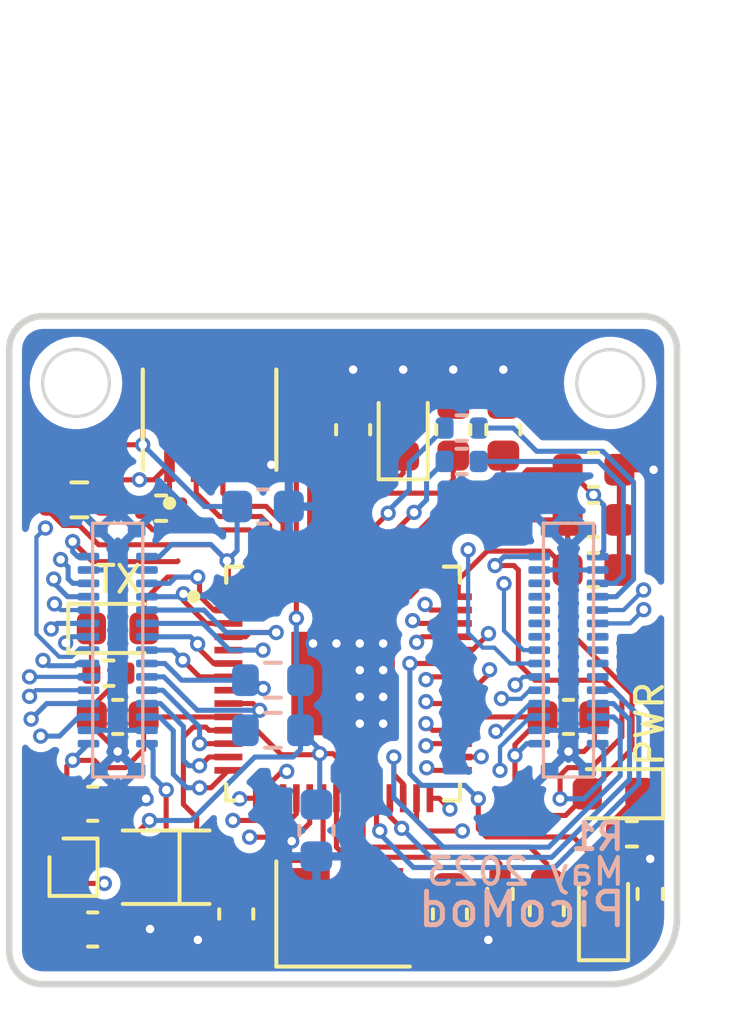
<source format=kicad_pcb>
(kicad_pcb (version 20221018) (generator pcbnew)
  (layers (0 "F.Cu" signal) (1 "In1.Cu" signal) (2 "In2.Cu" signal) (31 "B.Cu" signal) (34 "B.Paste" user) (35 "F.Paste" user) (36 "B.SilkS" user "B.Silkscreen") (37 "F.SilkS" user "F.Silkscreen") (38 "B.Mask" user) (39 "F.Mask" user) (44 "Edge.Cuts" user))
  (net 0 "")
  (net 1 "+3V3")
  (net 2 "GND")
  (net 3 "Net-(U1-VREG_VOUT)")
  (net 4 "/XIN")
  (net 5 "Net-(C14-Pad1)")
  (net 6 "+5V")
  (net 7 "Net-(D1-K)")
  (net 8 "/USB_DP")
  (net 9 "/USB_DM")
  (net 10 "/LED")
  (net 12 "/LED_DI")
  (net 15 "Net-(U1-USB_DM)")
  (net 16 "Net-(U1-USB_DP)")
  (net 17 "/TX0")
  (net 18 "/RX0")
  (net 19 "/SCK0")
  (net 20 "/MOSI0")
  (net 21 "/MISO0")
  (net 22 "/GPIO5")
  (net 23 "/qCSN")
  (net 24 "/XOUT")
  (net 25 "/SDA")
  (net 26 "/GPIO9")
  (net 27 "/GPIO10")
  (net 28 "/GPIO11")
  (net 29 "/MISO1")
  (net 30 "/SWCLK")
  (net 31 "/SWDIO")
  (net 32 "/RUN")
  (net 33 "/GPIO13")
  (net 34 "/SCK1")
  (net 35 "/qSD3")
  (net 36 "/qSD0")
  (net 37 "/qSD2")
  (net 38 "/qSD1")
  (net 39 "/MOSI1")
  (net 40 "/GPIO16")
  (net 41 "/GPIO17")
  (net 42 "/GPIO18")
  (net 43 "/GPIO19")
  (net 44 "/GPIO20")
  (net 45 "/GPIO21")
  (net 46 "/GPIO22")
  (net 47 "/GPIO23")
  (net 48 "/GPIO24")
  (net 49 "/ADC0")
  (net 50 "/ADC1")
  (net 51 "/ADC2")
  (net 52 "/ADC3")
  (net 53 "/SCL")
  (net 54 "Net-(D3-K)")
  (net 55 "Net-(D4-K)")
  (net 56 "/BOOTSEL")
  (net 57 "/qSCK")
  (net 58 "/VREG_EN")
  (footprint "Capacitor_SMD:C_0603_1608Metric" (layer "F.Cu") (at 36.75 32)
    (fp_text reference "C3" hide)
    (fp_text value "100n")
  )
  (footprint "Resistor_SMD:R_0402_1005Metric" (layer "F.Cu") (at 24.55 25.75)
    (fp_text reference "R3" hide)
    (fp_text value "1k")
  )
  (footprint "Capacitor_SMD:C_0603_1608Metric" (layer "F.Cu") (at 22.5 38.365)
    (fp_text reference "C15" hide)
    (fp_text value "1u")
  )
  (footprint "Resistor_SMD:R_0402_1005Metric" (layer "F.Cu") (at 39.2 37.3 90)
    (fp_text reference "R8" hide)
    (fp_text value "27.4")
  )
  (footprint "Capacitor_SMD:C_0603_1608Metric" (layer "F.Cu") (at 37.5 26.1)
    (fp_text reference "C4" hide)
    (fp_text value "100n")
  )
  (footprint "Resistor_SMD:R_0402_1005Metric" (layer "F.Cu") (at 22.97 30.69)
    (fp_text reference "R10" hide)
    (fp_text value "27.4")
  )
  (footprint "Capacitor_SMD:C_0603_1608Metric" (layer "F.Cu") (at 23.25 32 180)
    (fp_text reference "C12" hide)
    (fp_text value "100n")
  )
  (footprint "Customs_LED:LED_WS2812B_PLCC4_2.0x2.0mm_P0.4mm" (layer "F.Cu") (at 24.7 36.5)
    (fp_text reference "D2" hide)
    (fp_text value "WS2812B")
  )
  (footprint "Capacitor_SMD:C_0603_1608Metric" (layer "F.Cu") (at 33.3 23.4 90)
    (fp_text reference "C2" hide)
    (fp_text value "100n")
  )
  (footprint "Capacitor_SMD:C_0603_1608Metric" (layer "F.Cu") (at 37.5 27.6)
    (fp_text reference "C5" hide)
    (fp_text value "100n")
  )
  (footprint "Customs_Memory:SON80P400X300X60-10N" (layer "F.Cu") (at 26 23.1 90)
    (fp_text reference "U2" hide)
    (fp_text value locked "MX25L3233FZBI")
  )
  (footprint "Resistor_SMD:R_0603_1608Metric" (layer "F.Cu") (at 22.1 25.5 180)
    (fp_text reference "R4" hide)
    (fp_text value "10k")
  )
  (footprint "Capacitor_SMD:C_0603_1608Metric" (layer "F.Cu") (at 33.2 37.9 -90)
    (fp_text reference "C14" hide)
    (fp_text value "22pf")
  )
  (footprint "Capacitor_SMD:C_0603_1608Metric" (layer "F.Cu") (at 37.5 24.6)
    (fp_text reference "C11" hide)
    (fp_text value "1u")
  )
  (footprint "Capacitor_SMD:C_0603_1608Metric" (layer "F.Cu") (at 22.5 34.6)
    (fp_text reference "C16" hide)
    (fp_text value "1u")
  )
  (footprint "LED_SMD:LED_0603_1608Metric" (layer "F.Cu") (at 37.8 37.8 90)
    (fp_text reference "D1" hide)
    (fp_text value "LED")
  )
  (footprint "LED_SMD:LED_0603_1608Metric" (layer "F.Cu") (at 38.1 34.3 180)
    (fp_text reference "D3" hide)
    (fp_text value "LED")
  )
  (footprint "Crystal:Crystal_SMD_SeikoEpson_TSX3225-4Pin_3.2x2.5mm" (layer "F.Cu") (at 30 37.9)
    (fp_text reference "Y1" hide)
    (fp_text value "12MHz")
  )
  (footprint "Resistor_SMD:R_0402_1005Metric" (layer "F.Cu") (at 38.65 35.5)
    (fp_text reference "R9" hide)
    (fp_text value "27.4")
  )
  (footprint "Capacitor_SMD:C_0603_1608Metric" (layer "F.Cu") (at 36.1 37.8 -90)
    (fp_text reference "C10" hide)
    (fp_text value "100n")
  )
  (footprint "Capacitor_SMD:C_0603_1608Metric" (layer "F.Cu") (at 26.8 37.9 -90)
    (fp_text reference "C13" hide)
    (fp_text value "22pf")
  )
  (footprint "RP2040:QFN40P700X700X90-57N" (layer "F.Cu") (at 30 31)
    (fp_text reference "U1" hide)
    (fp_text value "RP2040")
  )
  (footprint "LED_SMD:LED_0603_1608Metric" (layer "F.Cu") (at 31.8 23.4 90)
    (fp_text reference "C1" hide)
    (fp_text value "100n")
  )
  (footprint "LED_SMD:LED_0603_1608Metric" (layer "F.Cu") (at 23.25 29.35)
    (fp_text reference "D4" hide)
    (fp_text value "LED")
  )
  (footprint "Capacitor_SMD:C_0603_1608Metric" (layer "F.Cu") (at 30.3 23.4 90)
    (fp_text reference "C8" hide)
    (fp_text value "1u")
  )
  (footprint "Resistor_SMD:R_0402_1005Metric" (layer "F.Cu") (at 34.7 37.3 -90)
    (fp_text reference "R5" hide)
    (fp_text value "1k")
  )
  (footprint "Capacitor_SMD:C_0603_1608Metric" (layer "F.Cu") (at 34.8 23.4 90)
    (fp_text reference "C9" hide)
    (fp_text value "100n")
  )
  (footprint "Package_DFN_QFN:OnSemi_XDFN4-1EP_1.0x1.0mm_EP0.52x0.52mm" (layer "F.Cu") (at 21.925 36.5)
    (fp_text reference "U3" hide)
    (fp_text value "NCP163AFCT330T2G")
  )
  (footprint "Resistor_SMD:R_0603_1608Metric" (layer "B.Cu") (at 27.9 30.9)
    (fp_text reference "R6" hide)
    (fp_text value "4.7k")
  )
  (footprint "Resistor_SMD:R_0402_1005Metric" (layer "B.Cu") (at 33.55 23.35)
    (fp_text reference "R2" hide)
    (fp_text value "27")
  )
  (footprint "Customs_Connectors:TE-3-2363962-0_30x0.4mm_Plug" (layer "B.Cu") (at 23.25 30 90)
    (fp_text reference "J3" hide)
    (fp_text value "Conn_02x15_Top_Bottom")
  )
  (footprint "Customs_Connectors:TE-3-2363962-0_30x0.4mm_Plug" (layer "B.Cu") (at 36.75 30 90)
    (fp_text reference "J2" hide)
    (fp_text value "Conn_02x15_Top_Bottom")
  )
  (footprint "Resistor_SMD:R_0603_1608Metric" (layer "B.Cu") (at 27.9 32.4)
    (fp_text reference "R7" hide)
    (fp_text value "4.7k")
  )
  (footprint "Resistor_SMD:R_0402_1005Metric" (layer "B.Cu") (at 33.55 24.35)
    (fp_text reference "R1" hide)
    (fp_text value "27")
  )
  (footprint "Capacitor_SMD:C_0603_1608Metric" (layer "B.Cu") (at 29.2 35.4 -90)
    (fp_text reference "C6" hide)
    (fp_text value "100n")
  )
  (footprint "Capacitor_SMD:C_0603_1608Metric" (layer "B.Cu") (at 27.6 25.7)
    (fp_text reference "C7" hide)
    (fp_text value "100n")
  )
  (gr_circle (center 38 22) (end 39 22) (stroke (width 0.1)) (fill none) (layer "Edge.Cuts"))
  (gr_arc (start 20 21) (mid 20.292896 20.292896) (end 21 20) (stroke (width 0.2)) (layer "Edge.Cuts"))
  (gr_line (start 38 40) (end 21 40) (stroke (width 0.2)) (layer "Edge.Cuts"))
  (gr_line (start 21 20) (end 39 20) (stroke (width 0.2)) (layer "Edge.Cuts"))
  (gr_arc (start 39 20) (mid 39.707083 20.292916) (end 40 21) (stroke (width 0.2)) (layer "Edge.Cuts"))
  (gr_line (start 40 21) (end 40 38) (stroke (width 0.2)) (layer "Edge.Cuts"))
  (gr_arc (start 40 38) (mid 39.414214 39.414214) (end 38 40) (stroke (width 0.2)) (layer "Edge.Cuts"))
  (gr_circle (center 22 22) (end 23 22) (stroke (width 0.1)) (fill none) (layer "Edge.Cuts"))
  (gr_line (start 20 39) (end 20 21) (stroke (width 0.2)) (layer "Edge.Cuts"))
  (gr_arc (start 21 40) (mid 20.292894 39.707107) (end 20 39) (stroke (width 0.2)) (layer "Edge.Cuts"))
  (gr_text "R1" (at 38.5 36.05) (layer "B.SilkS") (effects (font (size 0.8 0.8)) (justify left bottom mirror)))
  (gr_text "May 2023" (at 38.5 37.1) (layer "B.SilkS") (effects (font (size 0.8 0.8) (thickness 0.125) bold) (justify left bottom mirror)))
  (gr_text "PicoMod" (at 38.55 38.35) (layer "B.SilkS") (effects (font (size 1 1)) (justify left bottom mirror)))
  (gr_text "TX" (at 22.5 28.35) (layer "F.SilkS") (effects (font (size 0.8 0.8) (thickness 0.125)) (justify left bottom)))
  (gr_text "PWR" (at 39.65 33.55 90) (layer "F.SilkS") (effects (font (size 0.8 0.8) (thickness 0.125)) (justify left bottom)))
  (segment (start 26.524423 27.325577) (end 26.044186 26.84534) (width 0.1524) (layer "F.Cu") (net 1))
  (segment (start 32.2 27) (end 32.2 27.865) (width 0.1524) (layer "F.Cu") (net 1))
  (segment (start 24.025 32) (end 26.565 32) (width 0.1524) (layer "F.Cu") (net 1))
  (segment (start 30.6 25.8) (end 30.6 27.865) (width 0.1524) (layer "F.Cu") (net 1))
  (segment (start 35.147626 34.347626) (end 35.147626 33.151382) (width 0.1524) (layer "F.Cu") (net 1))
  (segment (start 21.9 33.3) (end 22.55 33.3) (width 0.1524) (layer "F.Cu") (net 1))
  (segment (start 32.6 27.565) (end 33.115 27.565) (width 0.1524) (layer "F.Cu") (net 1))
  (segment (start 31.5 25) (end 30.9 25) (width 0.1524) (layer "F.Cu") (net 1))
  (segment (start 35.1048 25.026252) (end 34.031052 26.1) (width 0.1524) (layer "F.Cu") (net 1))
  (segment (start 33.3 26.4) (end 34.15 26.4) (width 0.1524) (layer "F.Cu") (net 1))
  (segment (start 27.0175 32) (end 26.565 32) (width 0.1524) (layer "F.Cu") (net 1))
  (segment (start 29.7 33.1) (end 30.2 33.6) (width 0.1524) (layer "F.Cu") (net 1))
  (segment (start 22.7676 33.5176) (end 23.4824 33.5176) (width 0.1524) (layer "F.Cu") (net 1))
  (segment (start 31.8 24.175) (end 31.8 24.7) (width 0.1524) (layer "F.Cu") (net 1))
  (segment (start 30.2 27.565) (end 30.2 28.4) (width 0.1524) (layer "F.Cu") (net 1))
  (segment (start 22.2 23.85) (end 21.275 24.775) (width 0.1524) (layer "F.Cu") (net 1))
  (segment (start 35.1048 25.022858) (end 35.1048 25.026252) (width 0.1524) (layer "F.Cu") (net 1))
  (segment (start 26.565 28.4) (end 28.5 28.4) (width 0.1524) (layer "F.Cu") (net 1))
  (segment (start 38.6548 32.9577) (end 37.3125 34.3) (width 0.1524) (layer "F.Cu") (net 1))
  (segment (start 36.725 27.6) (end 36.725 29.393948) (width 0.1524) (layer "F.Cu") (net 1))
  (segment (start 33.1 26.1) (end 32.2 27) (width 0.1524) (layer "F.Cu") (net 1))
  (segment (start 35.147626 33.151382) (end 35.147626 32.827374) (width 0.1524) (layer "F.Cu") (net 1))
  (segment (start 30.2 25.7) (end 30.2 27.865) (width 0.1524) (layer "F.Cu") (net 1))
  (segment (start 37.3125 34.3) (end 36.6625 34.95) (width 0.1524) (layer "F.Cu") (net 1))
  (segment (start 21.725 33.475) (end 21.9 33.3) (width 0.1524) (layer "F.Cu") (net 1))
  (segment (start 24 22.1) (end 24.335 21.765) (width 0.1524) (layer "F.Cu") (net 1))
  (segment (start 29.3 33.1) (end 29.267678 33.132322) (width 0.1524) (layer "F.Cu") (net 1))
  (segment (start 33.45 28.385) (end 33.435 28.4) (width 0.1524) (layer "F.Cu") (net 1))
  (segment (start 21.6 34.725) (end 21.725 34.6) (width 0.1524) (layer "F.Cu") (net 1))
  (segment (start 32 28.4) (end 32.2 28.2) (width 0.1524) (layer "F.Cu") (net 1))
  (segment (start 22.67784 26.84534) (end 22.0999 26.2674) (width 0.1524) (layer "F.Cu") (net 1))
  (segment (start 26.044186 26.84534) (end 22.67784 26.84534) (width 0.1524) (layer "F.Cu") (net 1))
  (segment (start 26.565 27.366154) (end 26.565 28.4) (width 0.1524) (layer "F.Cu") (net 1))
  (segment (start 36.725 29.393948) (end 38.6548 31.323748) (width 0.1524) (layer "F.Cu") (net 1))
  (segment (start 36.75 24.6) (end 37.5 25.35) (width 0.1524) (layer "F.Cu") (net 1))
  (segment (start 28.149822 33.132322) (end 27.0175 32) (width 0.1524) (layer "F.Cu") (net 1))
  (segment (start 28.5 28.4) (end 28.6 28.4) (width 0.1524) (layer "F.Cu") (net 1))
  (segment (start 30.6 27.565) (end 30.6 28.4) (width 0.1524) (layer "F.Cu") (net 1))
  (segment (start 38.6548 31.323748) (end 38.6548 32.9577) (width 0.1524) (layer "F.Cu") (net 1))
  (segment (start 30.2 28.4) (end 30.6 28.4) (width 0.1524) (layer "F.Cu") (net 1))
  (segment (start 33.3 24.175) (end 33.3 24.9) (width 0.1524) (layer "F.Cu") (net 1))
  (segment (start 24.025 32.975) (end 24.025 32) (width 0.1524) (layer "F.Cu") (net 1))
  (segment (start 33.3 24.9) (end 32.9 25.3) (width 0.1524) (layer "F.Cu") (net 1))
  (segment (start 30.2 33.6) (end 30.2 34.435) (width 0.1524) (layer "F.Cu") (net 1))
  (segment (start 35.527658 24.6) (end 35.1048 25.022858) (width 0.1524) (layer "F.Cu") (net 1))
  (segment (start 23.4824 33.5176) (end 24.025 32.975) (width 0.1524) (layer "F.Cu") (net 1))
  (segment (start 36.725 27.6) (end 36.725 26.1) (width 0.1524) (layer "F.Cu") (net 1))
  (segment (start 21.275 24.775) (end 21.275 25.5) (width 0.1524) (layer "F.Cu") (net 1))
  (segment (start 36.1603 27.0353) (end 34.3147 27.0353) (width 0.1524) (layer "F.Cu") (net 1))
  (segment (start 26.524423 27.325577) (end 26.565 27.366154) (width 0.1524) (layer "F.Cu") (net 1))
  (segment (start 33.45 27.9) (end 33.45 28.385) (width 0.1524) (layer "F.Cu") (net 1))
  (segment (start 21.6174 26.2674) (end 21.275 25.925) (width 0.1524) (layer "F.Cu") (net 1))
  (segment (start 22.0999 26.2674) (end 21.6174 26.2674) (width 0.1524) (layer "F.Cu") (net 1))
  (segment (start 21.6 36.015) (end 21.6 34.725) (width 0.1524) (layer "F.Cu") (net 1))
  (segment (start 32.2 28.2) (end 32.2 27.565) (width 0.1524) (layer "F.Cu") (net 1))
  (segment (start 34.15 26.4) (end 34.45 26.1) (width 0.1524) (layer "F.Cu") (net 1))
  (segment (start 36.6625 34.95) (end 35.75 34.95) (width 0.1524) (layer "F.Cu") (net 1))
  (segment (start 36.725 24.6) (end 35.527658 24.6) (width 0.1524) (layer "F.Cu") (net 1))
  (segment (start 29.3 33.1) (end 29.7 33.1) (width 0.1524) (layer "F.Cu") (net 1))
  (segment (start 32.6 27.565) (end 32.2 27.565) (width 0.1524) (layer "F.Cu") (net 1))
  (segment (start 31.8 24.7) (end 31.5 25) (width 0.1524) (layer "F.Cu") (net 1))
  (segment (start 24.2 35.1005) (end 23.785 35.5155) (width 0.1524) (layer "F.Cu") (net 1))
  (segment (start 21.275 25.925) (end 21.275 25.5) (width 0.1524) (layer "F.Cu") (net 1))
  (segment (start 30.6 28.4) (end 32 28.4) (width 0.1524) (layer "F.Cu") (net 1))
  (segment (start 31.1 25.3) (end 30.6 25.8) (width 0.1524) (layer "F.Cu") (net 1))
  (segment (start 36.725 24.6) (end 36.75 24.6) (width 0.1524) (layer "F.Cu") (net 1))
  (segment (start 32.6 27.865) (end 32.6 27.1) (width 0.1524) (layer "F.Cu") (net 1))
  (segment (start 28.6 28.4) (end 30.2 28.4) (width 0.1524) (layer "F.Cu") (net 1))
  (segment (start 33.115 27.565) (end 33.45 27.9) (width 0.1524) (layer "F.Cu") (net 1))
  (segment (start 36.725 24.6) (end 36.725 26.1) (width 0.1524) (layer "F.Cu") (net 1))
  (segment (start 34.3147 27.0353) (end 33.45 27.9) (width 0.1524) (layer "F.Cu") (net 1))
  (segment (start 23.785 35.5155) (end 23.785 35.95) (width 0.1524) (layer "F.Cu") (net 1))
  (segment (start 32.9 25.3) (end 31.1 25.3) (width 0.1524) (layer "F.Cu") (net 1))
  (segment (start 34.031052 26.1) (end 33.1 26.1) (width 0.1524) (layer "F.Cu") (net 1))
  (segment (start 32.6 27.1) (end 33.3 26.4) (width 0.1524) (layer "F.Cu") (net 1))
  (segment (start 22.55 33.3) (end 22.7676 33.5176) (width 0.1524) (layer "F.Cu") (net 1))
  (segment (start 34.45 26.1) (end 36.725 26.1) (width 0.1524) (layer "F.Cu") (net 1))
  (segment (start 24 23.85) (end 22.2 23.85) (width 0.1524) (layer "F.Cu") (net 1))
  (segment (start 24 23.85) (end 24 22.1) (width 0.1524) (layer "F.Cu") (net 1))
  (segment (start 35.75 34.95) (end 35.147626 34.347626) (width 0.1524) (layer "F.Cu") (net 1))
  (segment (start 24.335 21.765) (end 24.8 21.765) (width 0.1524) (layer "F.Cu") (net 1))
  (segment (start 29.267678 33.132322) (end 28.149822 33.132322) (width 0.1524) (layer "F.Cu") (net 1))
  (segment (start 36.725 27.6) (end 36.1603 27.0353) (width 0.1524) (layer "F.Cu") (net 1))
  (segment (start 21.725 34.6) (end 21.725 33.475) (width 0.1524) (layer "F.Cu") (net 1))
  (segment (start 28.6 29.044098) (end 28.6 28.4) (width 0.1524) (layer "F.Cu") (net 1))
  (segment (start 30.9 25) (end 30.2 25.7) (width 0.1524) (layer "F.Cu") (net 1))
  (segment (start 35.975 32) (end 33.435 32) (width 0.1524) (layer "F.Cu") (net 1))
  (segment (start 35.147626 32.827374) (end 35.975 32) (width 0.1524) (layer "F.Cu") (net 1))
  (via (at 35.147626 33.151382) (size 0.4572) (drill 0.254) (layers "F.Cu" "B.Cu") (net 1))
  (via (at 24 23.85) (size 0.4572) (drill 0.254) (layers "F.Cu" "B.Cu") (net 1))
  (via (at 24.2 35.1005) (size 0.4572) (drill 0.254) (layers "F.Cu" "B.Cu") (net 1))
  (via (at 29.3 33.1) (size 0.4572) (drill 0.254) (layers "F.Cu" "B.Cu") (net 1))
  (via (at 37.5 25.35) (size 0.4572) (drill 0.254) (layers "F.Cu" "B.Cu") (net 1))
  (via (at 26.524423 27.325577) (size 0.4572) (drill 0.254) (layers "F.Cu" "B.Cu") (net 1))
  (via (at 28.6 29.044098) (size 0.4572) (drill 0.254) (layers "F.Cu" "B.Cu") (net 1))
  (via (at 21.9 33.3) (size 0.4572) (drill 0.254) (layers "F.Cu" "B.Cu") (net 1))
  (segment (start 35.875 32.8) (end 35.499008 32.8) (width 0.1524) (layer "B.Cu") (net 1))
  (segment (start 35.499008 32.8) (end 35.147626 33.151382) (width 0.1524) (layer "B.Cu") (net 1))
  (segment (start 29.3 33.1) (end 29.3 32.975) (width 0.1524) (layer "B.Cu") (net 1))
  (segment (start 37.625 27.2) (end 37.8086 27.0164) (width 0.1524) (layer "B.Cu") (net 1))
  (segment (start 28.6 30.775) (end 28.725 30.9) (width 0.1524) (layer "B.Cu") (net 1))
  (segment (start 24.5 27.2) (end 24.125 27.2) (width 0.1524) (layer "B.Cu") (net 1))
  (segment (start 29.3 32.975) (end 28.725 32.4) (width 0.1524) (layer "B.Cu") (net 1))
  (segment (start 26.825 27.025) (end 26.825 25.7) (width 0.1524) (layer "B.Cu") (net 1))
  (segment (start 24 23.85) (end 25.85 25.7) (width 0.1524) (layer "B.Cu") (net 1))
  (segment (start 26.524423 27.325577) (end 26.033133 26.834287) (width 0.1524) (layer "B.Cu") (net 1))
  (segment (start 21.9 33.275) (end 22.375 32.8) (width 0.1524) (layer "B.Cu") (net 1))
  (segment (start 25.455632 35.1005) (end 27.356132 33.2) (width 0.1524) (layer "B.Cu") (net 1))
  (segment (start 21.9 33.3) (end 21.9 33.275) (width 0.1524) (layer "B.Cu") (net 1))
  (segment (start 28.6 29.044098) (end 28.6 30.775) (width 0.1524) (layer "B.Cu") (net 1))
  (segment (start 29.3 34.525) (end 29.2 34.625) (width 0.1524) (layer "B.Cu") (net 1))
  (segment (start 25.85 25.7) (end 26.825 25.7) (width 0.1524) (layer "B.Cu") (net 1))
  (segment (start 28.725 30.9) (end 28.725 32.4) (width 0.1524) (layer "B.Cu") (net 1))
  (segment (start 28.725 32.975) (end 28.725 32.4) (width 0.1524) (layer "B.Cu") (net 1))
  (segment (start 26.033133 26.834287) (end 24.865713 26.834287) (width 0.1524) (layer "B.Cu") (net 1))
  (segment (start 24.865713 26.834287) (end 24.5 27.2) (width 0.1524) (layer "B.Cu") (net 1))
  (segment (start 27.356132 33.2) (end 28.5 33.2) (width 0.1524) (layer "B.Cu") (net 1))
  (segment (start 37.8086 25.6586) (end 37.5 25.35) (width 0.1524) (layer "B.Cu") (net 1))
  (segment (start 37.8086 27.0164) (end 37.8086 25.6586) (width 0.1524) (layer "B.Cu") (net 1))
  (segment (start 28.5 33.2) (end 28.725 32.975) (width 0.1524) (layer "B.Cu") (net 1))
  (segment (start 29.3 33.1) (end 29.3 34.525) (width 0.1524) (layer "B.Cu") (net 1))
  (segment (start 26.524423 27.325577) (end 26.825 27.025) (width 0.1524) (layer "B.Cu") (net 1))
  (segment (start 24.2 35.1005) (end 25.455632 35.1005) (width 0.1524) (layer "B.Cu") (net 1))
  (segment (start 25.65 38.675226) (end 26.799774 38.675226) (width 0.1524) (layer "F.Cu") (net 2))
  (segment (start 23.275 34.7) (end 23.275 34.575) (width 0.1524) (layer "F.Cu") (net 2))
  (segment (start 23.426608 34.448392) (end 23.275 34.6) (width 0.1524) (layer "F.Cu") (net 2))
  (segment (start 22.25 36.015) (end 22.25 35.625) (width 0.1524) (layer "F.Cu") (net 2))
  (segment (start 31.8 22.625) (end 31.8 21.6) (width 0.1524) (layer "F.Cu") (net 2))
  (segment (start 26.799774 38.675226) (end 26.8 38.675) (width 0.1524) (layer "F.Cu") (net 2))
  (segment (start 27.2 24.435) (end 27.835 24.435) (width 0.1524) (layer "F.Cu") (net 2))
  (segment (start 38.275 26.1) (end 38.275 24.6) (width 0.1524) (layer "F.Cu") (net 2))
  (segment (start 27.835 24.435) (end 27.85 24.45) (width 0.1524) (layer "F.Cu") (net 2))
  (segment (start 23.29 38.35) (end 23.275 38.365) (width 0.1524) (layer "F.Cu") (net 2))
  (segment (start 38.275 24.6) (end 39.3 24.6) (width 0.1524) (layer "F.Cu") (net 2))
  (segment (start 33.3 22.625) (end 33.3 21.6) (width 0.1524) (layer "F.Cu") (net 2))
  (segment (start 22.475 31.695) (end 23.48 30.69) (width 0.1524) (layer "F.Cu") (net 2))
  (segment (start 25.615 38.640226) (end 25.615 37.05) (width 0.1524) (layer "F.Cu") (net 2))
  (segment (start 39.16 36.21) (end 39.16 35.4) (width 0.1524) (layer "F.Cu") (net 2))
  (segment (start 37.215 33.035) (end 36.75 33.035) (width 0.1524) (layer "F.Cu") (net 2))
  (segment (start 25.65 38.675226) (end 25.615 38.640226) (width 0.1524) (layer "F.Cu") (net 2))
  (segment (start 22.475 32.26) (end 23.25 33.035) (width 0.1524) (layer "F.Cu") (net 2))
  (segment (start 39.2 36.79) (end 39.2 36.25) (width 0.1524) (layer "F.Cu") (net 2))
  (segment (start 39.2 36.25) (end 39.16 36.21) (width 0.1524) (layer "F.Cu") (net 2))
  (segment (start 29 35.179418) (end 29 34.435) (width 0.1524) (layer "F.Cu") (net 2))
  (segment (start 38.275 27.6) (end 38.275 26.1) (width 0.1524) (layer "F.Cu") (net 2))
  (segment (start 22.475 32) (end 22.475 31.695) (width 0.1524) (layer "F.Cu") (net 2))
  (segment (start 36.1 38.575) (end 35.975 38.7) (width 0.1524) (layer "F.Cu") (net 2))
  (segment (start 37.525 32.725) (end 37.215 33.035) (width 0.1524) (layer "F.Cu") (net 2))
  (segment (start 22.25 35.625) (end 23.275 34.6) (width 0.1524) (layer "F.Cu") (net 2))
  (segment (start 34.8 22.625) (end 34.8 21.6) (width 0.1524) (layer "F.Cu") (net 2))
  (segment (start 22.475 32) (end 22.475 32.26) (width 0.1524) (layer "F.Cu") (net 2))
  (segment (start 28.460318 35.7191) (end 29 35.179418) (width 0.1524) (layer "F.Cu") (net 2))
  (segment (start 35.975 38.7) (end 34.375 38.7) (width 0.1524) (layer "F.Cu") (net 2))
  (segment (start 34.375 38.7) (end 34.35 38.675) (width 0.1524) (layer "F.Cu") (net 2))
  (segment (start 24.2179 38.35) (end 23.29 38.35) (width 0.1524) (layer "F.Cu") (net 2))
  (segment (start 30.3 22.625) (end 30.3 21.6) (width 0.1524) (layer "F.Cu") (net 2))
  (segment (start 24.098874 34.448392) (end 23.426608 34.448392) (width 0.1524) (layer "F.Cu") (net 2))
  (segment (start 33.2 38.675) (end 34.35 38.675) (width 0.1524) (layer "F.Cu") (net 2))
  (segment (start 37.525 32) (end 37.525 32.725) (width 0.1524) (layer "F.Cu") (net 2))
  (via (at 28.460318 35.7191) (size 0.4572) (drill 0.254) (layers "F.Cu" "B.Cu") (net 2))
  (via (at 31.2 30.6) (size 0.4572) (drill 0.254) (layers "F.Cu" "B.Cu") (net 2))
  (via (at 29.1 29.8) (size 0.4572) (drill 0.254) (layers "F.Cu" "B.Cu") (net 2))
  (via (at 25.65 38.675226) (size 0.4572) (drill 0.254) (layers "F.Cu" "B.Cu") (net 2))
  (via (at 31.2 29.8) (size 0.4572) (drill 0.254) (layers "F.Cu" "B.Cu") (net 2))
  (via (at 24.2179 38.35) (size 0.4572) (drill 0.254) (layers "F.Cu" "B.Cu") (net 2))
  (via (at 29.8 29.8) (size 0.4572) (drill 0.254) (layers "F.Cu" "B.Cu") (net 2))
  (via (at 36.75 33.035) (size 0.4572) (drill 0.254) (layers "F.Cu" "B.Cu") (net 2))
  (via (at 23.25 33.035) (size 0.4572) (drill 0.254) (layers "F.Cu" "B.Cu") (net 2))
  (via (at 30.3 21.6) (size 0.4572) (drill 0.254) (layers "F.Cu" "B.Cu") (net 2))
  (via (at 30.5 32.2) (size 0.4572) (drill 0.254) (layers "F.Cu" "B.Cu") (net 2))
  (via (at 34.35 38.675) (size 0.4572) (drill 0.254) (layers "F.Cu" "B.Cu") (net 2))
  (via (at 27.85 24.45) (size 0.4572) (drill 0.254) (layers "F.Cu" "B.Cu") (net 2))
  (via (at 31.8 21.6) (size 0.4572) (drill 0.254) (layers "F.Cu" "B.Cu") (net 2))
  (via (at 24.098874 34.448392) (size 0.4572) (drill 0.254) (layers "F.Cu" "B.Cu") (net 2))
  (via (at 30.5 29.8) (size 0.4572) (drill 0.254) (layers "F.Cu" "B.Cu") (net 2))
  (via (at 30.5 30.6) (size 0.4572) (drill 0.254) (layers "F.Cu" "B.Cu") (net 2))
  (via (at 30.5 31.4) (size 0.4572) (drill 0.254) (layers "F.Cu" "B.Cu") (net 2))
  (via (at 33.3 21.6) (size 0.4572) (drill 0.254) (layers "F.Cu" "B.Cu") (net 2))
  (via (at 39.3 24.6) (size 0.4572) (drill 0.254) (layers "F.Cu" "B.Cu") (net 2))
  (via (at 31.2 32.2) (size 0.4572) (drill 0.254) (layers "F.Cu" "B.Cu") (net 2))
  (via (at 31.2 31.4) (size 0.4572) (drill 0.254) (layers "F.Cu" "B.Cu") (net 2))
  (via (at 39.2 36.25) (size 0.4572) (drill 0.254) (layers "F.Cu" "B.Cu") (net 2))
  (via (at 34.8 21.6) (size 0.4572) (drill 0.254) (layers "F.Cu" "B.Cu") (net 2))
  (segment (start 23.25 27.6) (end 23.25 26.965) (width 0.1524) (layer "B.Cu") (net 2))
  (segment (start 23.25 33.035) (end 23.25 32.4) (width 0.1524) (layer "B.Cu") (net 2))
  (segment (start 36.75 33.035) (end 36.75 32.4) (width 0.1524) (layer "B.Cu") (net 2))
  (segment (start 35.875 32.4) (end 36.75 32.4) (width 0.1524) (layer "B.Cu") (net 2))
  (segment (start 23.25 27.6) (end 24.125 27.6) (width 0.1524) (layer "B.Cu") (net 2))
  (segment (start 36.75 33.035) (end 37.315 33.6) (width 0.1524) (layer "B.Cu") (net 2))
  (segment (start 36.185 26.4) (end 36.75 26.965) (width 0.1524) (layer "B.Cu") (net 2))
  (segment (start 23.815 33.6) (end 23.3575 33.1425) (width 0.1524) (layer "B.Cu") (net 2))
  (segment (start 23.25 32.4) (end 24.125 32.4) (width 0.1524) (layer "B.Cu") (net 2))
  (segment (start 36.75 32.4) (end 37.625 32.4) (width 0.1524) (layer "B.Cu") (net 2))
  (segment (start 36.75 26.965) (end 36.75 27.6) (width 0.1524) (layer "B.Cu") (net 2))
  (segment (start 23.25 26.965) (end 22.685 26.4) (width 0.1524) (layer "B.Cu") (net 2))
  (segment (start 22.685 33.6) (end 23.25 33.035) (width 0.1524) (layer "B.Cu") (net 2))
  (segment (start 22.375 27.6) (end 23.25 27.6) (width 0.1524) (layer "B.Cu") (net 2))
  (segment (start 36.75 26.965) (end 37.315 26.4) (width 0.1524) (layer "B.Cu") (net 2))
  (segment (start 23.815 26.4) (end 23.25 26.965) (width 0.1524) (layer "B.Cu") (net 2))
  (segment (start 22.375 32.4) (end 23.25 32.4) (width 0.1524) (layer "B.Cu") (net 2))
  (segment (start 36.185 33.6) (end 36.75 33.035) (width 0.1524) (layer "B.Cu") (net 2))
  (segment (start 36.75 27.6) (end 37.625 27.6) (width 0.1524) (layer "B.Cu") (net 2))
  (segment (start 36.75 27.6) (end 35.875 27.6) (width 0.1524) (layer "B.Cu") (net 2))
  (segment (start 23.3575 33.1425) (end 23.25 33.035) (width 0.1524) (layer "B.Cu") (net 2))
  (segment (start 30.3 24.175) (end 30.3 25.1) (width 0.1524) (layer "F.Cu") (net 3))
  (segment (start 31.8 26.9) (end 32.9 25.8) (width 0.1524) (layer "F.Cu") (net 3))
  (segment (start 30.6 35.7) (end 30.7976 35.8976) (width 0.1524) (layer "F.Cu") (net 3))
  (segment (start 30.6 34.435) (end 30.6 35.7) (width 0.1524) (layer "F.Cu") (net 3))
  (segment (start 34.8 24.85) (end 34.8 24.175) (width 0.1524) (layer "F.Cu") (net 3))
  (segment (start 35.5976 35.8976) (end 36.1 36.4) (width 0.1524) (layer "F.Cu") (net 3))
  (segment (start 30.7976 35.8976) (end 35.5976 35.8976) (width 0.1524) (layer "F.Cu") (net 3))
  (segment (start 32.9 25.8) (end 33.85 25.8) (width 0.1524) (layer "F.Cu") (net 3))
  (segment (start 29.8 25.6) (end 29.8 27.865) (width 0.1524) (layer "F.Cu") (net 3))
  (segment (start 30.3 25.1) (end 29.8 25.6) (width 0.1524) (layer "F.Cu") (net 3))
  (segment (start 36.1 36.4) (end 36.1 37.025) (width 0.1524) (layer "F.Cu") (net 3))
  (segment (start 31.8 27.865) (end 31.8 26.9) (width 0.1524) (layer "F.Cu") (net 3))
  (segment (start 33.85 25.8) (end 34.8 24.85) (width 0.1524) (layer "F.Cu") (net 3))
  (segment (start 26.8 37.125) (end 27.425 37.125) (width 0.1524) (layer "F.Cu") (net 4))
  (segment (start 29.4 35.9) (end 29.0036 36.2964) (width 0.1524) (layer "F.Cu") (net 4))
  (segment (start 27.7 38.4) (end 28 38.7) (width 0.1524) (layer "F.Cu") (net 4))
  (segment (start 26.785 37.31) (end 26.8 37.325) (width 0.1524) (layer "F.Cu") (net 4))
  (segment (start 29.0036 36.2964) (end 27.1036 36.2964) (width 0.1524) (layer "F.Cu") (net 4))
  (segment (start 29.4 34.435) (end 29.4 35.9) (width 0.1524) (layer "F.Cu") (net 4))
  (segment (start 27.1036 36.2964) (end 26.8 36.6) (width 0.1524) (layer "F.Cu") (net 4))
  (segment (start 27.425 37.125) (end 27.7 37.4) (width 0.1524) (layer "F.Cu") (net 4))
  (segment (start 27.7 37.4) (end 27.7 38.4) (width 0.1524) (layer "F.Cu") (net 4))
  (segment (start 26.8 36.6) (end 26.8 37.125) (width 0.1524) (layer "F.Cu") (net 4))
  (segment (start 28 38.7) (end 28.9 38.7) (width 0.1524) (layer "F.Cu") (net 4))
  (segment (start 26.825 37.3) (end 26.8 37.325) (width 0.1524) (layer "F.Cu") (net 4))
  (segment (start 31.1 38.7) (end 32 38.7) (width 0.1524) (layer "F.Cu") (net 5))
  (segment (start 34 37.6) (end 34.21 37.81) (width 0.1524) (layer "F.Cu") (net 5))
  (segment (start 32.575 37.125) (end 33.2 37.125) (width 0.1524) (layer "F.Cu") (net 5))
  (segment (start 32 38.7) (end 32.3 38.4) (width 0.1524) (layer "F.Cu") (net 5))
  (segment (start 33.825 37.125) (end 34 37.3) (width 0.1524) (layer "F.Cu") (net 5))
  (segment (start 32.3 38.4) (end 32.3 37.4) (width 0.1524) (layer "F.Cu") (net 5))
  (segment (start 34 37.3) (end 34 37.6) (width 0.1524) (layer "F.Cu") (net 5))
  (segment (start 34.21 37.81) (end 34.7 37.81) (width 0.1524) (layer "F.Cu") (net 5))
  (segment (start 32.3 37.4) (end 32.575 37.125) (width 0.1524) (layer "F.Cu") (net 5))
  (segment (start 33.2 37.125) (end 33.825 37.125) (width 0.1524) (layer "F.Cu") (net 5))
  (segment (start 22.5 27.35) (end 21.9 26.75) (width 0.1524) (layer "F.Cu") (net 6))
  (segment (start 24.7 38.8) (end 24.3 39.2) (width 0.1524) (layer "F.Cu") (net 6))
  (segment (start 37.4324 33.5176) (end 38.35 32.6) (width 0.1524) (layer "F.Cu") (net 6))
  (segment (start 36.5 33.75) (end 36.7324 33.5176) (width 0.1524) (layer "F.Cu") (net 6))
  (segment (start 35.75 30.9) (end 35.25 30.4) (width 0.1524) (layer "F.Cu") (net 6))
  (segment (start 38.35 31.45) (end 37.8 30.9) (width 0.1524) (layer "F.Cu") (net 6))
  (segment (start 37.8 30.9) (end 35.75 30.9) (width 0.1524) (layer "F.Cu") (net 6))
  (segment (start 24.3 39.2) (end 22 39.2) (width 0.1524) (layer "F.Cu") (net 6))
  (segment (start 35.25 30.4) (end 35.25 27.6) (width 0.1524) (layer "F.Cu") (net 6))
  (segment (start 24.7 34.190765) (end 24.7 38.8) (width 0.1524) (layer "F.Cu") (net 6))
  (segment (start 35.1166 27.4666) (end 34.55 27.4666) (width 0.1524) (layer "F.Cu") (net 6))
  (segment (start 35.25 27.6) (end 35.1166 27.4666) (width 0.1524) (layer "F.Cu") (net 6))
  (segment (start 21.6 36.985) (end 21.6 38.24) (width 0.1524) (layer "F.Cu") (net 6))
  (segment (start 22 39.2) (end 21.725 38.925) (width 0.1524) (layer "F.Cu") (net 6))
  (segment (start 24.704486 34.186279) (end 24.7 34.190765) (width 0.1524) (layer "F.Cu") (net 6))
  (segment (start 25.053853 27.32794) (end 25.031793 27.35) (width 0.1524) (layer "F.Cu") (net 6))
  (segment (start 21.6 38.24) (end 21.725 38.365) (width 0.1524) (layer "F.Cu") (net 6))
  (segment (start 36.7324 33.5176) (end 37.4324 33.5176) (width 0.1524) (layer "F.Cu") (net 6))
  (segment (start 25.031793 27.35) (end 22.5 27.35) (width 0.1524) (layer "F.Cu") (net 6))
  (segment (start 21.725 38.925) (end 21.725 38.365) (width 0.1524) (layer "F.Cu") (net 6))
  (segment (start 36.5 34.4505) (end 36.5 33.75) (width 0.1524) (layer "F.Cu") (net 6))
  (segment (start 38.35 32.6) (end 38.35 31.45) (width 0.1524) (layer "F.Cu") (net 6))
  (via (at 21.9 26.75) (size 0.4572) (drill 0.254) (layers "F.Cu" "B.Cu") (net 6))
  (via (at 24.704486 34.186279) (size 0.4572) (drill 0.254) (layers "F.Cu" "B.Cu") (net 6))
  (via (at 34.55 27.4666) (size 0.4572) (drill 0.254) (layers "F.Cu" "B.Cu") (net 6))
  (via (at 36.5 34.4505) (size 0.4572) (drill 0.254) (layers "F.Cu" "B.Cu") (net 6))
  (segment (start 37.8086 32.9836) (end 37.625 32.8) (width 0.1524) (layer "B.Cu") (net 6))
  (segment (start 21.9 27.05) (end 21.9 26.75) (width 0.1524) (layer "B.Cu") (net 6))
  (segment (start 24.3086 33.790393) (end 24.3086 32.9836) (width 0.1524) (layer "B.Cu") (net 6))
  (segment (start 37.211888 34.4505) (end 37.8086 33.853788) (width 0.1524) (layer "B.Cu") (net 6))
  (segment (start 37.8086 33.853788) (end 37.8086 32.9836) (width 0.1524) (layer "B.Cu") (net 6))
  (segment (start 24.3086 32.9836) (end 24.125 32.8) (width 0.1524) (layer "B.Cu") (net 6))
  (segment (start 22.375 27.2) (end 22.05 27.2) (width 0.1524) (layer "B.Cu") (net 6))
  (segment (start 34.55 27.4666) (end 34.8166 27.2) (width 0.1524) (layer "B.Cu") (net 6))
  (segment (start 36.5 34.4505) (end 37.211888 34.4505) (width 0.1524) (layer "B.Cu") (net 6))
  (segment (start 34.8166 27.2) (end 35.875 27.2) (width 0.1524) (layer "B.Cu") (net 6))
  (segment (start 24.704486 34.186279) (end 24.3086 33.790393) (width 0.1524) (layer "B.Cu") (net 6))
  (segment (start 22.05 27.2) (end 21.9 27.05) (width 0.1524) (layer "B.Cu") (net 6))
  (segment (start 39.2 37.81) (end 39.2 38.3) (width 0.1524) (layer "F.Cu") (net 7))
  (segment (start 38.9125 38.5875) (end 37.8 38.5875) (width 0.1524) (layer "F.Cu") (net 7))
  (segment (start 39.2 38.3) (end 38.9125 38.5875) (width 0.1524) (layer "F.Cu") (net 7))
  (segment (start 38.181052 28.4) (end 37.625 28.4) (width 0.1524) (layer "B.Cu") (net 8))
  (segment (start 37.776252 24.0452) (end 38.7 24.968948) (width 0.1524) (layer "B.Cu") (net 8))
  (segment (start 38.7 24.968948) (end 38.7 27.881052) (width 0.1524) (layer "B.Cu") (net 8))
  (segment (start 35.7952 24.0452) (end 37.776252 24.0452) (width 0.1524) (layer "B.Cu") (net 8))
  (segment (start 35.1 23.35) (end 35.7952 24.0452) (width 0.1524) (layer "B.Cu") (net 8))
  (segment (start 34.06 23.35) (end 35.1 23.35) (width 0.1524) (layer "B.Cu") (net 8))
  (segment (start 38.7 27.881052) (end 38.181052 28.4) (width 0.1524) (layer "B.Cu") (net 8))
  (segment (start 37.65 24.35) (end 38.3952 25.0952) (width 0.1524) (layer "B.Cu") (net 9))
  (segment (start 38.3952 25.0952) (end 38.3952 27.7548) (width 0.1524) (layer "B.Cu") (net 9))
  (segment (start 38.15 28) (end 37.625 28) (width 0.1524) (layer "B.Cu") (net 9))
  (segment (start 38.3952 27.7548) (end 38.15 28) (width 0.1524) (layer "B.Cu") (net 9))
  (segment (start 34.06 24.35) (end 37.65 24.35) (width 0.1524) (layer "B.Cu") (net 9))
  (segment (start 34.2928 35.5928) (end 35.723852 35.5928) (width 0.1524) (layer "F.Cu") (net 10))
  (segment (start 33.435 30.4) (end 32 30.4) (width 0.1524) (layer "F.Cu") (net 10))
  (segment (start 37.8 36.5) (end 37.8 37.0125) (width 0.1524) (layer "F.Cu") (net 10))
  (segment (start 34.05 35.35) (end 34.2928 35.5928) (width 0.1524) (layer "F.Cu") (net 10))
  (segment (start 35.723852 35.5928) (end 35.725052 35.594) (width 0.1524) (layer "F.Cu") (net 10))
  (segment (start 36.894 35.594) (end 37.8 36.5) (width 0.1524) (layer "F.Cu") (net 10))
  (segment (start 35.725052 35.594) (end 36.894 35.594) (width 0.1524) (layer "F.Cu") (net 10))
  (segment (start 34.05 34.45) (end 34.05 35.35) (width 0.1524) (layer "F.Cu") (net 10))
  (via (at 32 30.4) (size 0.4572) (drill 0.254) (layers "F.Cu" "B.Cu") (net 10))
  (via (at 34.05 34.45) (size 0.4572) (drill 0.254) (layers "F.Cu" "B.Cu") (net 10))
  (segment (start 32.349895 34.05) (end 33.3 34.05) (width 0.1524) (layer "B.Cu") (net 10))
  (segment (start 33.3 34.05) (end 33.65 34.05) (width 0.1524) (layer "B.Cu") (net 10))
  (segment (start 32 30.4) (end 32 33.700105) (width 0.1524) (layer "B.Cu") (net 10))
  (segment (start 33.65 34.05) (end 34.05 34.45) (width 0.1524) (layer "B.Cu") (net 10))
  (segment (start 32 33.700105) (end 32.349895 34.05) (width 0.1524) (layer "B.Cu") (net 10))
  (segment (start 25.216922 34.616922) (end 25.615 35.015) (width 0.1524) (layer "F.Cu") (net 12))
  (segment (start 26.565 32.4) (end 25.9838 32.4) (width 0.1524) (layer "F.Cu") (net 12))
  (segment (start 25.216922 32.601878) (end 25.216922 34.616922) (width 0.1524) (layer "F.Cu") (net 12))
  (segment (start 25.9838 32.4) (end 25.8886 32.3048) (width 0.1524) (layer "F.Cu") (net 12))
  (segment (start 25.8886 32.3048) (end 25.514 32.3048) (width 0.1524) (layer "F.Cu") (net 12))
  (segment (start 25.615 35.015) (end 25.615 35.95) (width 0.1524) (layer "F.Cu") (net 12))
  (segment (start 25.514 32.3048) (end 25.216922 32.601878) (width 0.1524) (layer "F.Cu") (net 12))
  (segment (start 31.4 26.6) (end 31.4 27.865) (width 0.1524) (layer "F.Cu") (net 15))
  (segment (start 32.125 25.875) (end 31.4 26.6) (width 0.1524) (layer "F.Cu") (net 15))
  (via (at 32.125 25.875) (size 0.4572) (drill 0.254) (layers "F.Cu" "B.Cu") (net 15))
  (segment (start 32.125 25.875) (end 32.5 25.5) (width 0.1524) (layer "B.Cu") (net 15))
  (segment (start 32.5 24.89) (end 33.04 24.35) (width 0.1524) (layer "B.Cu") (net 15))
  (segment (start 32.5 25.5) (end 32.5 24.89) (width 0.1524) (layer "B.Cu") (net 15))
  (segment (start 31.35 25.9) (end 31 26.25) (width 0.1524) (layer "F.Cu") (net 16))
  (segment (start 31 26.25) (end 31 27.565) (width 0.1524) (layer "F.Cu") (net 16))
  (via (at 31.35 25.9) (size 0.4572) (drill 0.254) (layers "F.Cu" "B.Cu") (net 16))
  (segment (start 31.35 25.8325) (end 31.9826 25.1999) (width 0.1524) (layer "B.Cu") (net 16))
  (segment (start 31.35 25.9) (end 31.35 25.8325) (width 0.1524) (layer "B.Cu") (net 16))
  (segment (start 31.9826 25.1999) (end 31.9826 24.4074) (width 0.1524) (layer "B.Cu") (net 16))
  (segment (start 31.9826 24.4074) (end 33.04 23.35) (width 0.1524) (layer "B.Cu") (net 16))
  (segment (start 25.7 27.865448) (end 25.7 28.374775) (width 0.1524) (layer "F.Cu") (net 17))
  (segment (start 26.125225 28.8) (end 26.565 28.8) (width 0.1524) (layer "F.Cu") (net 17))
  (segment (start 24.0375 29.35) (end 24.0375 28.5125) (width 0.1524) (layer "F.Cu") (net 17))
  (segment (start 25.645974 27.811422) (end 25.7 27.865448) (width 0.1524) (layer "F.Cu") (net 17))
  (segment (start 25.7 28.374775) (end 26.125225 28.8) (width 0.1524) (layer "F.Cu") (net 17))
  (segment (start 24.0375 28.5125) (end 24.738578 27.811422) (width 0.1524) (layer "F.Cu") (net 17))
  (segment (start 24.738578 27.811422) (end 25.645974 27.811422) (width 0.1524) (layer "F.Cu") (net 17))
  (via (at 25.645974 27.811422) (size 0.4572) (drill 0.254) (layers "F.Cu" "B.Cu") (net 17))
  (segment (start 24.988578 27.811422) (end 24.8 28) (width 0.1524) (layer "B.Cu") (net 17))
  (segment (start 24.125 28) (end 24.8 28) (width 0.1524) (layer "B.Cu") (net 17))
  (segment (start 25.645974 27.811422) (end 24.988578 27.811422) (width 0.1524) (layer "B.Cu") (net 17))
  (segment (start 25.2179 28.5179) (end 25.9 29.2) (width 0.1524) (layer "F.Cu") (net 18))
  (segment (start 25.2179 28.313641) (end 25.2179 28.5179) (width 0.1524) (layer "F.Cu") (net 18))
  (segment (start 25.9 29.2) (end 26.565 29.2) (width 0.1524) (layer "F.Cu") (net 18))
  (via (at 25.2179 28.313641) (size 0.4572) (drill 0.254) (layers "F.Cu" "B.Cu") (net 18))
  (segment (start 25.131541 28.4) (end 25.2179 28.313641) (width 0.1524) (layer "B.Cu") (net 18))
  (segment (start 24.125 28.4) (end 25.131541 28.4) (width 0.1524) (layer "B.Cu") (net 18))
  (segment (start 27.079678 29.6) (end 26.565 29.6) (width 0.1524) (layer "F.Cu") (net 19))
  (segment (start 27.2076 29.472078) (end 27.079678 29.6) (width 0.1524) (layer "F.Cu") (net 19))
  (segment (start 27.995942 29.472078) (end 27.2076 29.472078) (width 0.1524) (layer "F.Cu") (net 19))
  (via (at 27.995942 29.472078) (size 0.4572) (drill 0.254) (layers "F.Cu" "B.Cu") (net 19))
  (segment (start 26.50313 29.472078) (end 25.831052 28.8) (width 0.1524) (layer "B.Cu") (net 19))
  (segment (start 24.125 28.8) (end 25.831052 28.8) (width 0.1524) (layer "B.Cu") (net 19))
  (segment (start 27.995942 29.472078) (end 26.50313 29.472078) (width 0.1524) (layer "B.Cu") (net 19))
  (segment (start 26.565 30) (end 27.6 30) (width 0.1524) (layer "F.Cu") (net 20))
  (via (at 27.6 30) (size 0.4572) (drill 0.254) (layers "F.Cu" "B.Cu") (net 20))
  (segment (start 26.6 30) (end 25.8 29.2) (width 0.1524) (layer "B.Cu") (net 20))
  (segment (start 25.8 29.2) (end 24.125 29.2) (width 0.1524) (layer "B.Cu") (net 20))
  (segment (start 27.6 30) (end 26.6 30) (width 0.1524) (layer "B.Cu") (net 20))
  (segment (start 26.125225 30.4) (end 26.565 30.4) (width 0.1524) (layer "F.Cu") (net 21))
  (segment (start 25.64457 29.816943) (end 25.64457 29.919345) (width 0.1524) (layer "F.Cu") (net 21))
  (segment (start 25.64457 29.919345) (end 26.125225 30.4) (width 0.1524) (layer "F.Cu") (net 21))
  (via (at 25.64457 29.816943) (size 0.4572) (drill 0.254) (layers "F.Cu" "B.Cu") (net 21))
  (segment (start 25.64457 29.816943) (end 25.427627 29.6) (width 0.1524) (layer "B.Cu") (net 21))
  (segment (start 25.427627 29.6) (end 24.125 29.6) (width 0.1524) (layer "B.Cu") (net 21))
  (segment (start 25.2 30.3) (end 25.7 30.8) (width 0.1524) (layer "F.Cu") (net 22))
  (segment (start 25.7 30.8) (end 26.565 30.8) (width 0.1524) (layer "F.Cu") (net 22))
  (via (at 25.2 30.3) (size 0.4572) (drill 0.254) (layers "F.Cu" "B.Cu") (net 22))
  (segment (start 24.9 30) (end 23.875 30) (width 0.1524) (layer "B.Cu") (net 22))
  (segment (start 25.2 30.3) (end 24.9 30) (width 0.1524) (layer "B.Cu") (net 22))
  (segment (start 27.4 26.6) (end 27.2 26.4) (width 0.1524) (layer "F.Cu") (net 23))
  (segment (start 24.04 26.14) (end 24.04 25.75) (width 0.1524) (layer "F.Cu") (net 23))
  (segment (start 27.4 27.865) (end 27.4 26.6) (width 0.1524) (layer "F.Cu") (net 23))
  (segment (start 24.3 26.4) (end 24.04 26.14) (width 0.1524) (layer "F.Cu") (net 23))
  (segment (start 27.2 26.4) (end 24.3 26.4) (width 0.1524) (layer "F.Cu") (net 23))
  (segment (start 34.7 36.4) (end 34.5024 36.2024) (width 0.1524) (layer "F.Cu") (net 24))
  (segment (start 34.5024 36.2024) (end 30.1024 36.2024) (width 0.1524) (layer "F.Cu") (net 24))
  (segment (start 29.8 35.9) (end 29.8 34.435) (width 0.1524) (layer "F.Cu") (net 24))
  (segment (start 30.1024 36.2024) (end 29.8 35.9) (width 0.1524) (layer "F.Cu") (net 24))
  (segment (start 34.7 36.79) (end 34.7 36.4) (width 0.1524) (layer "F.Cu") (net 24))
  (segment (start 27.557563 31.2) (end 26.565 31.2) (width 0.1524) (layer "F.Cu") (net 25))
  (segment (start 27.608487 31.149076) (end 27.557563 31.2) (width 0.1524) (layer "F.Cu") (net 25))
  (via (at 27.608487 31.149076) (size 0.4572) (drill 0.254) (layers "F.Cu" "B.Cu") (net 25))
  (segment (start 27.359411 30.9) (end 27.608487 31.149076) (width 0.1524) (layer "B.Cu") (net 25))
  (segment (start 25.162104 30.9) (end 24.662104 30.4) (width 0.1524) (layer "B.Cu") (net 25))
  (segment (start 27.075 30.9) (end 25.162104 30.9) (width 0.1524) (layer "B.Cu") (net 25))
  (segment (start 24.662104 30.4) (end 23.875 30.4) (width 0.1524) (layer "B.Cu") (net 25))
  (segment (start 27.075 30.9) (end 27.359411 30.9) (width 0.1524) (layer "B.Cu") (net 25))
  (segment (start 26.565 32.8) (end 25.7013 32.8) (width 0.1524) (layer "F.Cu") (net 26))
  (via (at 25.7013 32.8) (size 0.4572) (drill 0.254) (layers "F.Cu" "B.Cu") (net 26))
  (segment (start 23.875 31.2) (end 24.6 31.2) (width 0.1524) (layer "B.Cu") (net 26))
  (segment (start 24.6 31.2) (end 25.7013 32.3013) (width 0.1524) (layer "B.Cu") (net 26))
  (segment (start 25.7013 32.3013) (end 25.7013 32.8) (width 0.1524) (layer "B.Cu") (net 26))
  (segment (start 25.7239 33.4599) (end 25.699522 33.4599) (width 0.1524) (layer "F.Cu") (net 27))
  (segment (start 26.565 33.2) (end 25.9838 33.2) (width 0.1524) (layer "F.Cu") (net 27))
  (segment (start 25.9838 33.2) (end 25.7239 33.4599) (width 0.1524) (layer "F.Cu") (net 27))
  (via (at 25.699522 33.4599) (size 0.4572) (drill 0.254) (layers "F.Cu" "B.Cu") (net 27))
  (segment (start 25.2192 33.3) (end 25.2192 32.288148) (width 0.1524) (layer "B.Cu") (net 27))
  (segment (start 24.531052 31.6) (end 23.875 31.6) (width 0.1524) (layer "B.Cu") (net 27))
  (segment (start 25.2192 32.288148) (end 24.531052 31.6) (width 0.1524) (layer "B.Cu") (net 27))
  (segment (start 25.699522 33.4599) (end 25.3791 33.4599) (width 0.1524) (layer "B.Cu") (net 27))
  (segment (start 25.3791 33.4599) (end 25.2192 33.3) (width 0.1524) (layer "B.Cu") (net 27))
  (segment (start 26.045198 34.119802) (end 25.700176 34.119802) (width 0.1524) (layer "F.Cu") (net 28))
  (segment (start 26.565 33.6) (end 26.045198 34.119802) (width 0.1524) (layer "F.Cu") (net 28))
  (via (at 25.700176 34.119802) (size 0.4572) (drill 0.254) (layers "F.Cu" "B.Cu") (net 28))
  (segment (start 24.5 32) (end 24.9144 32.4144) (width 0.1524) (layer "B.Cu") (net 28))
  (segment (start 23.875 32) (end 24.5 32) (width 0.1524) (layer "B.Cu") (net 28))
  (segment (start 25.319802 34.119802) (end 24.9144 33.7144) (width 0.1524) (layer "B.Cu") (net 28))
  (segment (start 25.700176 34.119802) (end 25.319802 34.119802) (width 0.1524) (layer "B.Cu") (net 28))
  (segment (start 24.9144 32.4144) (end 24.9144 33.7144) (width 0.1524) (layer "B.Cu") (net 28))
  (segment (start 26.9 34.45) (end 26.915 34.435) (width 0.1524) (layer "F.Cu") (net 29))
  (segment (start 26.915 34.435) (end 27.4 34.435) (width 0.1524) (layer "F.Cu") (net 29))
  (via (at 26.9 34.45) (size 0.4572) (drill 0.254) (layers "F.Cu" "B.Cu") (net 29))
  (via (at 34.7 33.6) (size 0.4572) (drill 0.254) (layers "F.Cu" "B.Cu") (net 29))
  (segment (start 34.7 33.6) (end 34.7 32.899275) (width 0.127) (layer "B.Cu") (net 29))
  (segment (start 34.7 32.899275) (end 35.599275 32) (width 0.127) (layer "B.Cu") (net 29))
  (segment (start 35.599275 32) (end 35.875 32) (width 0.127) (layer "B.Cu") (net 29))
  (segment (start 31 35.312525) (end 31 34.435) (width 0.1524) (layer "F.Cu") (net 30))
  (segment (start 31.099038 35.411563) (end 31 35.312525) (width 0.1524) (layer "F.Cu") (net 30))
  (via (at 31.099038 35.411563) (size 0.4572) (drill 0.254) (layers "F.Cu" "B.Cu") (net 30))
  (segment (start 38.090264 31.2) (end 37.625 31.2) (width 0.1524) (layer "B.Cu") (net 30))
  (segment (start 38.8588 31.968536) (end 38.090264 31.2) (width 0.1524) (layer "B.Cu") (net 30))
  (segment (start 31.099038 35.411563) (end 31.099038 35.499038) (width 0.1524) (layer "B.Cu") (net 30))
  (segment (start 38.8588 33.988982) (end 38.8588 31.968536) (width 0.1524) (layer "B.Cu") (net 30))
  (segment (start 32.1089 36.5089) (end 36.338884 36.5089) (width 0.1524) (layer "B.Cu") (net 30))
  (segment (start 31.099038 35.499038) (end 32.1089 36.5089) (width 0.1524) (layer "B.Cu") (net 30))
  (segment (start 36.338884 36.5089) (end 38.8588 33.988982) (width 0.1524) (layer "B.Cu") (net 30))
  (segment (start 31.4 34.980993) (end 31.4 34.435) (width 0.1524) (layer "F.Cu") (net 31))
  (segment (start 31.754546 35.335539) (end 31.4 34.980993) (width 0.1524) (layer "F.Cu") (net 31))
  (via (at 31.754546 35.335539) (size 0.4572) (drill 0.254) (layers "F.Cu" "B.Cu") (net 31))
  (segment (start 31.754546 35.335539) (end 32.623107 36.2041) (width 0.1524) (layer "B.Cu") (net 31))
  (segment (start 38.5794 33.873251) (end 38.5794 32.084268) (width 0.1524) (layer "B.Cu") (net 31))
  (segment (start 38.5794 32.084268) (end 38.095132 31.6) (width 0.1524) (layer "B.Cu") (net 31))
  (segment (start 36.248552 36.2041) (end 38.5794 33.873251) (width 0.1524) (layer "B.Cu") (net 31))
  (segment (start 38.095132 31.6) (end 37.625 31.6) (width 0.1524) (layer "B.Cu") (net 31))
  (segment (start 32.623107 36.2041) (end 36.248552 36.2041) (width 0.1524) (layer "B.Cu") (net 31))
  (segment (start 31.8 34.003427) (end 31.8 34.435) (width 0.1524) (layer "F.Cu") (net 32))
  (segment (start 31.5179 33.721327) (end 31.8 34.003427) (width 0.1524) (layer "F.Cu") (net 32))
  (segment (start 31.5179 33.2) (end 31.5179 33.721327) (width 0.1524) (layer "F.Cu") (net 32))
  (via (at 31.5179 33.2) (size 0.4572) (drill 0.254) (layers "F.Cu" "B.Cu") (net 32))
  (segment (start 31.5179 33.2) (end 31.5179 34.4171) (width 0.1524) (layer "B.Cu") (net 32))
  (segment (start 33.0001 35.8993) (end 36.15822 35.8993) (width 0.1524) (layer "B.Cu") (net 32))
  (segment (start 31.5179 34.4171) (end 33.0001 35.8993) (width 0.1524) (layer "B.Cu") (net 32))
  (segment (start 36.15822 35.8993) (end 38.3 33.75752) (width 0.1524) (layer "B.Cu") (net 32))
  (segment (start 38.3 32.2) (end 38.1 32) (width 0.1524) (layer "B.Cu") (net 32))
  (segment (start 38.1 32) (end 37.625 32) (width 0.1524) (layer "B.Cu") (net 32))
  (segment (start 38.3 33.75752) (end 38.3 32.2) (width 0.1524) (layer "B.Cu") (net 32))
  (segment (start 28.172127 33.6313) (end 27.8 34.003427) (width 0.1524) (layer "F.Cu") (net 33))
  (segment (start 27.8 34.003427) (end 27.8 34.435) (width 0.1524) (layer "F.Cu") (net 33))
  (segment (start 28.312907 33.6313) (end 28.172127 33.6313) (width 0.1524) (layer "F.Cu") (net 33))
  (via (at 20.941758 32.574101) (size 0.4572) (drill 0.254) (layers "F.Cu" "B.Cu") (net 33))
  (via (at 28.312907 33.6313) (size 0.4572) (drill 0.254) (layers "F.Cu" "B.Cu") (net 33))
  (segment (start 21.507214 32.574101) (end 22.081315 32) (width 0.1524) (layer "B.Cu") (net 33))
  (segment (start 22.081315 32) (end 22.375 32) (width 0.1524) (layer "B.Cu") (net 33))
  (segment (start 20.941758 32.574101) (end 21.507214 32.574101) (width 0.1524) (layer "B.Cu") (net 33))
  (segment (start 28.2 34.866573) (end 27.966573 35.1) (width 0.1524) (layer "F.Cu") (net 34))
  (segment (start 28.2 34.435) (end 28.2 34.866573) (width 0.1524) (layer "F.Cu") (net 34))
  (segment (start 27.966573 35.1) (end 26.7 35.1) (width 0.1524) (layer "F.Cu") (net 34))
  (via (at 26.7 35.1) (size 0.4572) (drill 0.254) (layers "F.Cu" "B.Cu") (net 34))
  (via (at 34.575985 32.4313) (size 0.4572) (drill 0.254) (layers "F.Cu" "B.Cu") (net 34))
  (segment (start 35.875 31.6) (end 35.599275 31.6) (width 0.127) (layer "B.Cu") (net 34))
  (segment (start 34.767975 32.4313) (end 34.575985 32.4313) (width 0.127) (layer "B.Cu") (net 34))
  (segment (start 35.599275 31.6) (end 34.767975 32.4313) (width 0.127) (layer "B.Cu") (net 34))
  (segment (start 27.8 20.7) (end 29.4 22.3) (width 0.1524) (layer "F.Cu") (net 35))
  (segment (start 25.6 21.765) (end 25.6 20.95) (width 0.1524) (layer "F.Cu") (net 35))
  (segment (start 25.6 20.95) (end 26.077 20.473) (width 0.1524) (layer "F.Cu") (net 35))
  (segment (start 27.8 20.7) (end 27.573 20.473) (width 0.1524) (layer "F.Cu") (net 35))
  (segment (start 26.077 20.473) (end 27.573 20.473) (width 0.1524) (layer "F.Cu") (net 35))
  (segment (start 29.4 22.3) (end 29.4 27.865) (width 0.1524) (layer "F.Cu") (net 35))
  (segment (start 28.6 27.865) (end 28.6 22.478712) (width 0.1524) (layer "F.Cu") (net 36))
  (segment (start 27.886288 21.765) (end 27.2 21.765) (width 0.1524) (layer "F.Cu") (net 36))
  (segment (start 28.6 22.478712) (end 27.886288 21.765) (width 0.1524) (layer "F.Cu") (net 36))
  (segment (start 26.7952 25.6952) (end 26.4 25.3) (width 0.1524) (layer "F.Cu") (net 37))
  (segment (start 28.2 27.865) (end 28.2 26.2) (width 0.1524) (layer "F.Cu") (net 37))
  (segment (start 27.6952 25.6952) (end 26.7952 25.6952) (width 0.1524) (layer "F.Cu") (net 37))
  (segment (start 26.4 25.3) (end 26.4 24.435) (width 0.1524) (layer "F.Cu") (net 37))
  (segment (start 28.2 26.2) (end 27.6952 25.6952) (width 0.1524) (layer "F.Cu") (net 37))
  (segment (start 25.6 24.435) (end 25.6 25.3) (width 0.1524) (layer "F.Cu") (net 38))
  (segment (start 26.3 26) (end 27.536352 26) (width 0.1524) (layer "F.Cu") (net 38))
  (segment (start 25.6 25.3) (end 26.3 26) (width 0.1524) (layer "F.Cu") (net 38))
  (segment (start 27.536352 26) (end 27.537552 26.0012) (width 0.1524) (layer "F.Cu") (net 38))
  (segment (start 27.8 27.865) (end 27.8 26.262448) (width 0.1524) (layer "F.Cu") (net 38))
  (segment (start 27.8 26.262448) (end 27.537552 26) (width 0.1524) (layer "F.Cu") (net 38))
  (segment (start 27.897625 35.6) (end 27.2 35.6) (width 0.1524) (layer "F.Cu") (net 39))
  (segment (start 28.6 34.435) (end 28.6 34.897625) (width 0.1524) (layer "F.Cu") (net 39))
  (segment (start 28.6 34.897625) (end 27.897625 35.6) (width 0.1524) (layer "F.Cu") (net 39))
  (via (at 34.742911 31.452748) (size 0.4572) (drill 0.254) (layers "F.Cu" "B.Cu") (net 39))
  (via (at 27.2 35.6) (size 0.4572) (drill 0.254) (layers "F.Cu" "B.Cu") (net 39))
  (segment (start 35.875 31.2) (end 35.588357 31.2) (width 0.127) (layer "B.Cu") (net 39))
  (segment (start 35.588357 31.2) (end 35.329248 31.459109) (width 0.127) (layer "B.Cu") (net 39))
  (segment (start 35.329248 31.459109) (end 34.749271 31.459109) (width 0.127) (layer "B.Cu") (net 39))
  (segment (start 34.749271 31.459109) (end 34.742911 31.452748) (width 0.127) (layer "B.Cu") (net 39))
  (segment (start 33.57237 35.4155) (end 32.5155 35.4155) (width 0.1524) (layer "F.Cu") (net 40))
  (segment (start 32.2 35.1) (end 32.2 34.435) (width 0.1524) (layer "F.Cu") (net 40))
  (segment (start 32.5155 35.4155) (end 32.2 35.1) (width 0.1524) (layer "F.Cu") (net 40))
  (via (at 34.8187 28.009168) (size 0.4572) (drill 0.254) (layers "F.Cu" "B.Cu") (net 40))
  (via (at 33.57237 35.4155) (size 0.4572) (drill 0.254) (layers "F.Cu" "B.Cu") (net 40))
  (segment (start 35.875 30) (end 35.4 30) (width 0.127) (layer "B.Cu") (net 40))
  (segment (start 35.4 30) (end 34.8187 29.4187) (width 0.127) (layer "B.Cu") (net 40))
  (segment (start 33.57237 35.4155) (end 33.57357 35.4167) (width 0.1524) (layer "B.Cu") (net 40))
  (segment (start 34.8187 29.4187) (end 34.8187 28.009168) (width 0.127) (layer "B.Cu") (net 40))
  (segment (start 32.878203 34.435) (end 33.2 34.756797) (width 0.1524) (layer "F.Cu") (net 41))
  (segment (start 32.6 34.435) (end 32.878203 34.435) (width 0.1524) (layer "F.Cu") (net 41))
  (via (at 33.745024 26.995024) (size 0.4572) (drill 0.254) (layers "F.Cu" "B.Cu") (net 41))
  (via (at 33.2 34.756797) (size 0.4572) (drill 0.254) (layers "F.Cu" "B.Cu") (net 41))
  (segment (start 34.181853 29.92455) (end 33.745024 29.487721) (width 0.127) (layer "B.Cu") (net 41))
  (segment (start 35.004497 30.4) (end 34.529047 29.92455) (width 0.127) (layer "B.Cu") (net 41))
  (segment (start 33.745024 29.487721) (end 33.745024 26.995024) (width 0.127) (layer "B.Cu") (net 41))
  (segment (start 34.529047 29.92455) (end 34.181853 29.92455) (width 0.127) (layer "B.Cu") (net 41))
  (segment (start 35.875 30.4) (end 35.004497 30.4) (width 0.127) (layer "B.Cu") (net 41))
  (segment (start 33.435 33.6) (end 32.582395 33.6) (width 0.1524) (layer "F.Cu") (net 42))
  (segment (start 32.582395 33.6) (end 32.504048 33.521653) (width 0.1524) (layer "F.Cu") (net 42))
  (via (at 32.504048 33.521653) (size 0.4572) (drill 0.254) (layers "F.Cu" "B.Cu") (net 42))
  (via (at 35.155651 31.040009) (size 0.4572) (drill 0.254) (layers "F.Cu" "B.Cu") (net 42))
  (segment (start 35.39566 30.8) (end 35.155651 31.040009) (width 0.127) (layer "B.Cu") (net 42))
  (segment (start 35.875 30.8) (end 35.39566 30.8) (width 0.127) (layer "B.Cu") (net 42))
  (segment (start 34.125487 33.2) (end 34.137371 33.188116) (width 0.1524) (layer "F.Cu") (net 43))
  (segment (start 33.435 33.2) (end 34.125487 33.2) (width 0.1524) (layer "F.Cu") (net 43))
  (via (at 34.137371 33.188116) (size 0.4572) (drill 0.254) (layers "F.Cu" "B.Cu") (net 43))
  (via (at 20.655195 32.065583) (size 0.4572) (drill 0.254) (layers "F.Cu" "B.Cu") (net 43))
  (segment (start 21.120778 31.6) (end 22.375 31.6) (width 0.1524) (layer "B.Cu") (net 43))
  (segment (start 20.655195 32.065583) (end 21.120778 31.6) (width 0.1524) (layer "B.Cu") (net 43))
  (segment (start 32.544215 32.8) (end 32.4821 32.862115) (width 0.1524) (layer "F.Cu") (net 44))
  (segment (start 33.435 32.8) (end 32.544215 32.8) (width 0.1524) (layer "F.Cu") (net 44))
  (via (at 20.609101 31.383703) (size 0.4572) (drill 0.254) (layers "F.Cu" "B.Cu") (net 44))
  (via (at 32.4821 32.862115) (size 0.4572) (drill 0.254) (layers "F.Cu" "B.Cu") (net 44))
  (segment (start 20.609101 31.383703) (end 20.792804 31.2) (width 0.127) (layer "B.Cu") (net 44))
  (segment (start 20.792804 31.2) (end 22.375 31.2) (width 0.127) (layer "B.Cu") (net 44))
  (segment (start 33.435 32.4) (end 32.679888 32.4) (width 0.1524) (layer "F.Cu") (net 45))
  (segment (start 32.679888 32.4) (end 32.4821 32.202212) (width 0.1524) (layer "F.Cu") (net 45))
  (via (at 20.609101 30.8) (size 0.4572) (drill 0.254) (layers "F.Cu" "B.Cu") (net 45))
  (via (at 32.4821 32.202212) (size 0.4572) (drill 0.254) (layers "F.Cu" "B.Cu") (net 45))
  (segment (start 20.609101 30.8) (end 22.375 30.8) (width 0.127) (layer "B.Cu") (net 45))
  (segment (start 32.539791 31.6) (end 32.4821 31.542309) (width 0.1524) (layer "F.Cu") (net 46))
  (segment (start 33.435 31.6) (end 32.539791 31.6) (width 0.1524) (layer "F.Cu") (net 46))
  (via (at 32.4821 31.542309) (size 0.4572) (drill 0.254) (layers "F.Cu" "B.Cu") (net 46))
  (via (at 21.011763 30.307253) (size 0.4572) (drill 0.254) (layers "F.Cu" "B.Cu") (net 46))
  (segment (start 21.17161 30.4671) (end 21.974669 30.4671) (width 0.1524) (layer "B.Cu") (net 46))
  (segment (start 21.011763 30.307253) (end 21.17161 30.4671) (width 0.1524) (layer "B.Cu") (net 46))
  (segment (start 21.974669 30.4671) (end 22.041769 30.4) (width 0.1524) (layer "B.Cu") (net 46))
  (segment (start 22.041769 30.4) (end 22.375 30.4) (width 0.1524) (layer "B.Cu") (net 46))
  (segment (start 33.874775 31.2) (end 33.435 31.2) (width 0.1524) (layer "F.Cu") (net 47))
  (segment (start 34.387525 30.68725) (end 33.874775 31.2) (width 0.1524) (layer "F.Cu") (net 47))
  (segment (start 34.387525 30.587525) (end 34.387525 30.68725) (width 0.1524) (layer "F.Cu") (net 47))
  (via (at 21.084719 26.344671) (size 0.4572) (drill 0.254) (layers "F.Cu" "B.Cu") (net 47))
  (via (at 34.387525 30.587525) (size 0.4572) (drill 0.254) (layers "F.Cu" "B.Cu") (net 47))
  (segment (start 22.064598 30) (end 22.375 30) (width 0.127) (layer "B.Cu") (net 47))
  (segment (start 21.4969 30.2004) (end 21.864198 30.2004) (width 0.127) (layer "B.Cu") (net 47))
  (segment (start 21.084719 26.344671) (end 20.814695 26.614695) (width 0.127) (layer "B.Cu") (net 47))
  (segment (start 20.814695 29.518195) (end 21.4969 30.2004) (width 0.127) (layer "B.Cu") (net 47))
  (segment (start 21.864198 30.2004) (end 22.064598 30) (width 0.127) (layer "B.Cu") (net 47))
  (segment (start 34.400095 30.587525) (end 34.387525 30.587525) (width 0.1524) (layer "B.Cu") (net 47))
  (segment (start 20.814695 26.614695) (end 20.814695 29.518195) (width 0.127) (layer "B.Cu") (net 47))
  (segment (start 33.435 30.8) (end 32.564506 30.8) (width 0.1524) (layer "F.Cu") (net 48))
  (segment (start 32.564506 30.8) (end 32.4821 30.882406) (width 0.1524) (layer "F.Cu") (net 48))
  (via (at 32.4821 30.882406) (size 0.4572) (drill 0.254) (layers "F.Cu" "B.Cu") (net 48))
  (via (at 21.690601 29.7813) (size 0.4572) (drill 0.254) (layers "F.Cu" "B.Cu") (net 48))
  (segment (start 21.871901 29.6) (end 22.375 29.6) (width 0.1524) (layer "B.Cu") (net 48))
  (segment (start 21.690601 29.7813) (end 21.871901 29.6) (width 0.1524) (layer "B.Cu") (net 48))
  (segment (start 34.35545 29.519325) (end 33.874775 30) (width 0.1524) (layer "F.Cu") (net 49))
  (segment (start 34.35545 29.50545) (end 34.35545 29.519325) (width 0.1524) (layer "F.Cu") (net 49))
  (segment (start 33.874775 30) (end 33.435 30) (width 0.1524) (layer "F.Cu") (net 49))
  (via (at 34.35545 29.50545) (size 0.4572) (drill 0.254) (layers "F.Cu" "B.Cu") (net 49))
  (via (at 21.539971 27.287486) (size 0.4572) (drill 0.254) (layers "F.Cu" "B.Cu") (net 49))
  (segment (start 21.539971 27.287486) (end 21.763871 27.511386) (width 0.1524) (layer "B.Cu") (net 49))
  (segment (start 21.9 28) (end 22.375 28) (width 0.1524) (layer "B.Cu") (net 49))
  (segment (start 21.763871 27.511386) (end 21.763871 27.863871) (width 0.1524) (layer "B.Cu") (net 49))
  (segment (start 21.763871 27.863871) (end 21.9 28) (width 0.1524) (layer "B.Cu") (net 49))
  (segment (start 32.36849 29.6) (end 32.202875 29.765615) (width 0.1524) (layer "F.Cu") (net 50))
  (segment (start 33.435 29.6) (end 32.36849 29.6) (width 0.1524) (layer "F.Cu") (net 50))
  (via (at 32.202875 29.765615) (size 0.4572) (drill 0.254) (layers "F.Cu" "B.Cu") (net 50))
  (via (at 21.332662 27.872758) (size 0.4572) (drill 0.254) (layers "F.Cu" "B.Cu") (net 50))
  (segment (start 21.332662 27.872758) (end 21.332662 27.982662) (width 0.1524) (layer "B.Cu") (net 50))
  (segment (start 21.332662 27.982662) (end 21.75 28.4) (width 0.1524) (layer "B.Cu") (net 50))
  (segment (start 21.75 28.4) (end 22.375 28.4) (width 0.1524) (layer "B.Cu") (net 50))
  (segment (start 32.166758 29.2) (end 32.083379 29.116621) (width 0.1524) (layer "F.Cu") (net 51))
  (segment (start 33.435 29.2) (end 32.166758 29.2) (width 0.1524) (layer "F.Cu") (net 51))
  (via (at 32.083379 29.116621) (size 0.4572) (drill 0.254) (layers "F.Cu" "B.Cu") (net 51))
  (via (at 21.355257 28.615209) (size 0.4572) (drill 0.254) (layers "F.Cu" "B.Cu") (net 51))
  (segment (start 21.355257 28.615209) (end 21.540048 28.8) (width 0.127) (layer "B.Cu") (net 51))
  (segment (start 21.540048 28.8) (end 22.375 28.8) (width 0.127) (layer "B.Cu") (net 51))
  (segment (start 32.099358 29.1326) (end 32.083379 29.116621) (width 0.1524) (layer "B.Cu") (net 51))
  (segment (start 32.455329 28.6313) (end 32.624029 28.8) (width 0.1524) (layer "F.Cu") (net 52))
  (segment (start 32.624029 28.8) (end 33.435 28.8) (width 0.1524) (layer "F.Cu") (net 52))
  (via (at 21.257202 29.368005) (size 0.4572) (drill 0.254) (layers "F.Cu" "B.Cu") (net 52))
  (via (at 32.455329 28.6313) (size 0.4572) (drill 0.254) (layers "F.Cu" "B.Cu") (net 52))
  (segment (start 21.425207 29.2) (end 22.375 29.2) (width 0.1524) (layer "B.Cu") (net 52))
  (segment (start 21.257202 29.368005) (end 21.425207 29.2) (width 0.1524) (layer "B.Cu") (net 52))
  (segment (start 27.5 31.8) (end 27.3 31.6) (width 0.1524) (layer "F.Cu") (net 53))
  (segment (start 27.3 31.6) (end 26.565 31.6) (width 0.1524) (layer "F.Cu") (net 53))
  (via (at 27.5 31.8) (size 0.4572) (drill 0.254) (layers "F.Cu" "B.Cu") (net 53))
  (segment (start 25.631052 31.8) (end 24.631052 30.8) (width 0.1524) (layer "B.Cu") (net 53))
  (segment (start 24.631052 30.8) (end 23.875 30.8) (width 0.1524) (layer "B.Cu") (net 53))
  (segment (start 27.5 31.8) (end 25.631052 31.8) (width 0.1524) (layer "B.Cu") (net 53))
  (segment (start 38.14 35.06) (end 38.14 35.5) (width 0.1524) (layer "F.Cu") (net 54))
  (segment (start 38.8875 34.3125) (end 38.14 35.06) (width 0.1524) (layer "F.Cu") (net 54))
  (segment (start 38.8875 34.3) (end 38.8875 34.3125) (width 0.1524) (layer "F.Cu") (net 54))
  (segment (start 22.4625 30.6875) (end 22.46 30.69) (width 0.1524) (layer "F.Cu") (net 55))
  (segment (start 22.4625 29.35) (end 22.4625 30.6875) (width 0.1524) (layer "F.Cu") (net 55))
  (segment (start 23.9 24.9) (end 23.25 24.9) (width 0.1524) (layer "F.Cu") (net 56))
  (segment (start 22.925 25.225) (end 22.925 25.8) (width 0.1524) (layer "F.Cu") (net 56))
  (segment (start 23.9 24.9) (end 24.335 24.9) (width 0.1524) (layer "F.Cu") (net 56))
  (segment (start 24.335 24.9) (end 24.8 24.435) (width 0.1524) (layer "F.Cu") (net 56))
  (segment (start 23.25 24.9) (end 22.925 25.225) (width 0.1524) (layer "F.Cu") (net 56))
  (segment (start 24.8 25.49) (end 25.06 25.75) (width 0.1524) (layer "F.Cu") (net 56))
  (segment (start 24.8 24.435) (end 24.8 25.49) (width 0.1524) (layer "F.Cu") (net 56))
  (via (at 39 28.2) (size 0.4572) (drill 0.254) (layers "F.Cu" "B.Cu") (net 56))
  (via (at 23.9 24.9) (size 0.4572) (drill 0.254) (layers "F.Cu" "B.Cu") (net 56))
  (segment (start 37.625 28.8) (end 38.4 28.8) (width 0.127) (layer "B.Cu") (net 56))
  (segment (start 38.4 28.8) (end 39 28.2) (width 0.127) (layer "B.Cu") (net 56))
  (segment (start 27.4 20.8) (end 26.65 20.8) (width 0.1524) (layer "F.Cu") (net 57))
  (segment (start 26.65 20.8) (end 26.4 21.05) (width 0.1524) (layer "F.Cu") (net 57))
  (segment (start 26.4 21.05) (end 26.4 21.4626) (width 0.1524) (layer "F.Cu") (net 57))
  (segment (start 29 27.865) (end 29 22.4) (width 0.1524) (layer "F.Cu") (net 57))
  (segment (start 29 22.4) (end 27.4 20.8) (width 0.1524) (layer "F.Cu") (net 57))
  (segment (start 22.85 36.985) (end 22.25 36.985) (width 0.1524) (layer "F.Cu") (net 58))
  (via (at 22.85 36.985) (size 0.4572) (drill 0.254) (layers "F.Cu" "B.Cu") (net 58))
  (via (at 39.004144 28.787847) (size 0.4572) (drill 0.254) (layers "F.Cu" "B.Cu") (net 58))
  (segment (start 37.625 29.2) (end 38.591991 29.2) (width 0.127) (layer "B.Cu") (net 58))
  (segment (start 38.591991 29.2) (end 39.004144 28.787847) (width 0.127) (layer "B.Cu") (net 58))
  (zone locked (net 2) (net_name "GND") (layer "B.Cu") (connect_pads (clearance 0.25)) (min_thickness 0.2) (fill yes (thermal_gap 0.25) (thermal_bridge_width 0.25))
    (polygon (pts (xy 20 40) (xy 40 40) (xy 40 20) (xy 20 20)))
  )
)
</source>
